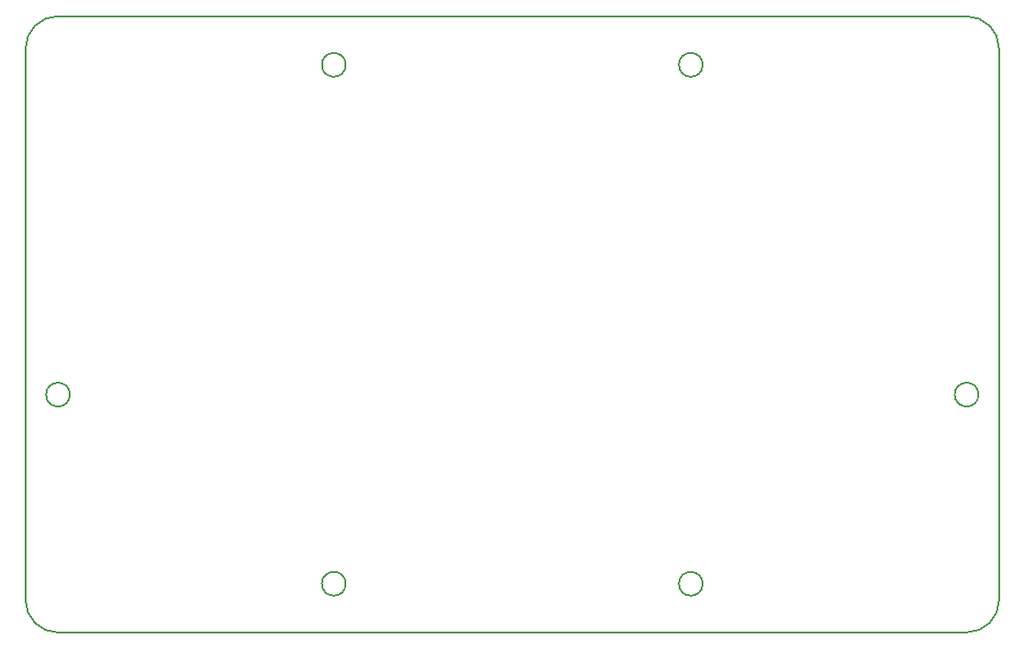
<source format=gbr>
%TF.GenerationSoftware,KiCad,Pcbnew,7.0.11*%
%TF.CreationDate,2025-07-19T14:24:56+09:00*%
%TF.ProjectId,RasPi,52617350-692e-46b6-9963-61645f706362,rev?*%
%TF.SameCoordinates,Original*%
%TF.FileFunction,Profile,NP*%
%FSLAX46Y46*%
G04 Gerber Fmt 4.6, Leading zero omitted, Abs format (unit mm)*
G04 Created by KiCad (PCBNEW 7.0.11) date 2025-07-19 14:24:56*
%MOMM*%
%LPD*%
G01*
G04 APERTURE LIST*
%TA.AperFunction,Profile*%
%ADD10C,0.200000*%
%TD*%
G04 APERTURE END LIST*
D10*
X173949000Y-123834000D02*
G75*
G03*
X171749000Y-123834000I-1100000J0D01*
G01*
X171749000Y-123834000D02*
G75*
G03*
X173949000Y-123834000I1100000J0D01*
G01*
X114349000Y-128334000D02*
X198349000Y-128334000D01*
X173949000Y-75834000D02*
G75*
G03*
X171749000Y-75834000I-1100000J0D01*
G01*
X171749000Y-75834000D02*
G75*
G03*
X173949000Y-75834000I1100000J0D01*
G01*
X199449000Y-106334000D02*
G75*
G03*
X197249000Y-106334000I-1100000J0D01*
G01*
X197249000Y-106334000D02*
G75*
G03*
X199449000Y-106334000I1100000J0D01*
G01*
X201349000Y-125334000D02*
X201349000Y-74334000D01*
X114349000Y-71334000D02*
G75*
G03*
X111349000Y-74334000I1J-3000001D01*
G01*
X111349000Y-74334000D02*
X111349000Y-125334000D01*
X140949000Y-123834000D02*
G75*
G03*
X138749000Y-123834000I-1100000J0D01*
G01*
X138749000Y-123834000D02*
G75*
G03*
X140949000Y-123834000I1100000J0D01*
G01*
X201349000Y-74334000D02*
G75*
G03*
X198349000Y-71334000I-3000000J0D01*
G01*
X198349000Y-71334000D02*
X114349000Y-71334000D01*
X140949000Y-75834000D02*
G75*
G03*
X138749000Y-75834000I-1100000J0D01*
G01*
X138749000Y-75834000D02*
G75*
G03*
X140949000Y-75834000I1100000J0D01*
G01*
X111349000Y-125334000D02*
G75*
G03*
X114349000Y-128334000I3000001J1D01*
G01*
X198349000Y-128334000D02*
G75*
G03*
X201349000Y-125334000I0J3000000D01*
G01*
X115449000Y-106334000D02*
G75*
G03*
X113249000Y-106334000I-1100000J0D01*
G01*
X113249000Y-106334000D02*
G75*
G03*
X115449000Y-106334000I1100000J0D01*
G01*
M02*

</source>
